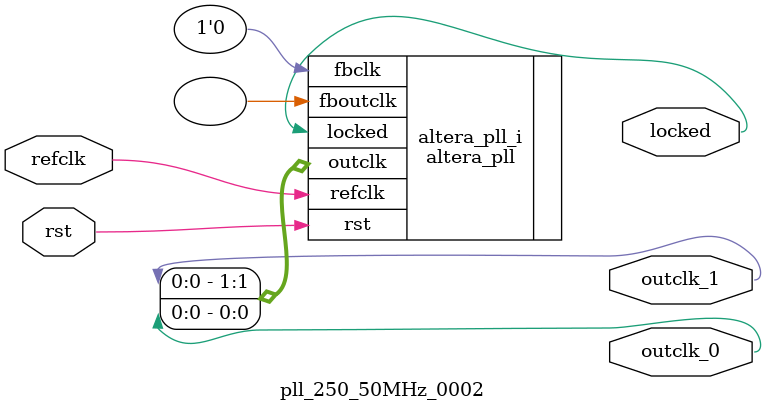
<source format=v>
`timescale 1ns/10ps
module  pll_250_50MHz_0002(

	// interface 'refclk'
	input wire refclk,

	// interface 'reset'
	input wire rst,

	// interface 'outclk0'
	output wire outclk_0,

	// interface 'outclk1'
	output wire outclk_1,

	// interface 'locked'
	output wire locked
);

	altera_pll #(
		.fractional_vco_multiplier("false"),
		.reference_clock_frequency("125.0 MHz"),
		.operation_mode("direct"),
		.number_of_clocks(2),
		.output_clock_frequency0("250.000000 MHz"),
		.phase_shift0("0 ps"),
		.duty_cycle0(50),
		.output_clock_frequency1("50.000000 MHz"),
		.phase_shift1("0 ps"),
		.duty_cycle1(50),
		.output_clock_frequency2("0 MHz"),
		.phase_shift2("0 ps"),
		.duty_cycle2(50),
		.output_clock_frequency3("0 MHz"),
		.phase_shift3("0 ps"),
		.duty_cycle3(50),
		.output_clock_frequency4("0 MHz"),
		.phase_shift4("0 ps"),
		.duty_cycle4(50),
		.output_clock_frequency5("0 MHz"),
		.phase_shift5("0 ps"),
		.duty_cycle5(50),
		.output_clock_frequency6("0 MHz"),
		.phase_shift6("0 ps"),
		.duty_cycle6(50),
		.output_clock_frequency7("0 MHz"),
		.phase_shift7("0 ps"),
		.duty_cycle7(50),
		.output_clock_frequency8("0 MHz"),
		.phase_shift8("0 ps"),
		.duty_cycle8(50),
		.output_clock_frequency9("0 MHz"),
		.phase_shift9("0 ps"),
		.duty_cycle9(50),
		.output_clock_frequency10("0 MHz"),
		.phase_shift10("0 ps"),
		.duty_cycle10(50),
		.output_clock_frequency11("0 MHz"),
		.phase_shift11("0 ps"),
		.duty_cycle11(50),
		.output_clock_frequency12("0 MHz"),
		.phase_shift12("0 ps"),
		.duty_cycle12(50),
		.output_clock_frequency13("0 MHz"),
		.phase_shift13("0 ps"),
		.duty_cycle13(50),
		.output_clock_frequency14("0 MHz"),
		.phase_shift14("0 ps"),
		.duty_cycle14(50),
		.output_clock_frequency15("0 MHz"),
		.phase_shift15("0 ps"),
		.duty_cycle15(50),
		.output_clock_frequency16("0 MHz"),
		.phase_shift16("0 ps"),
		.duty_cycle16(50),
		.output_clock_frequency17("0 MHz"),
		.phase_shift17("0 ps"),
		.duty_cycle17(50),
		.pll_type("General"),
		.pll_subtype("General")
	) altera_pll_i (
		.rst	(rst),
		.outclk	({outclk_1, outclk_0}),
		.locked	(locked),
		.fboutclk	( ),
		.fbclk	(1'b0),
		.refclk	(refclk)
	);
endmodule


</source>
